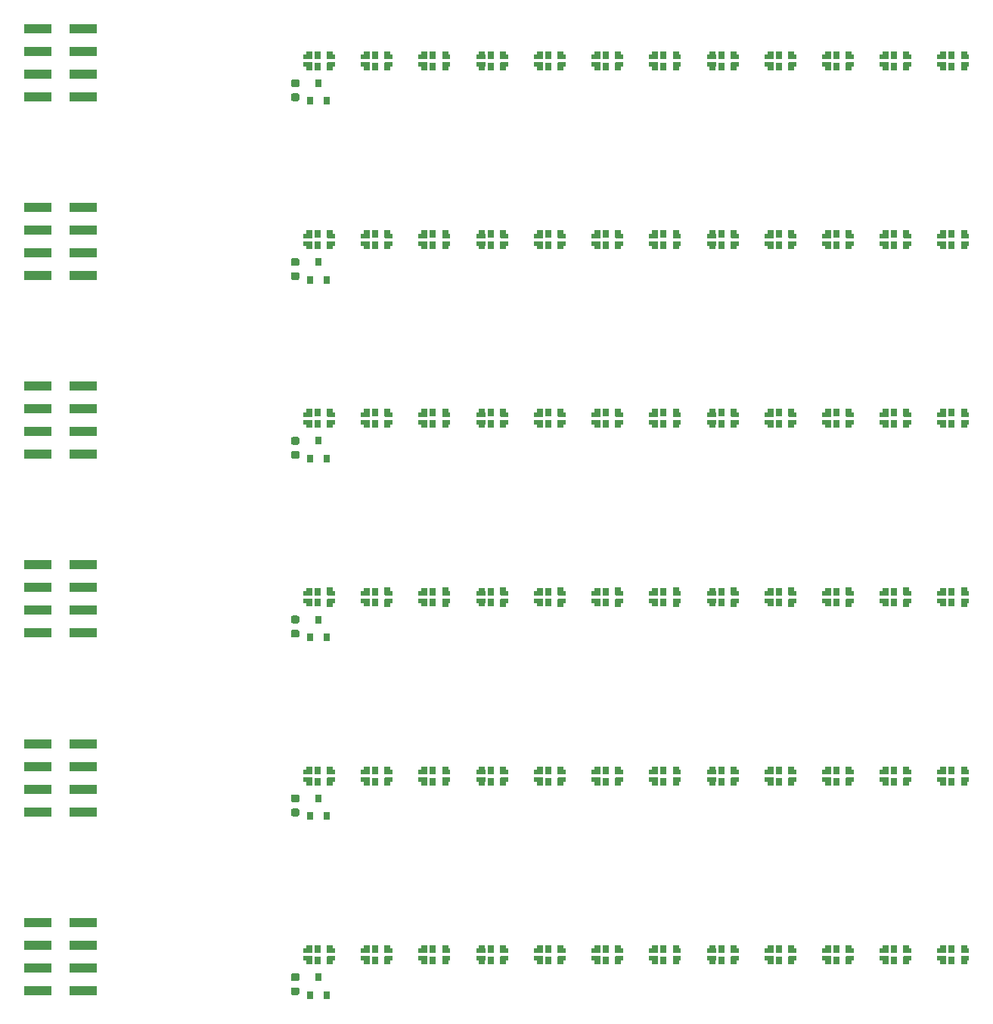
<source format=gbr>
G04 #@! TF.GenerationSoftware,KiCad,Pcbnew,5.1.6*
G04 #@! TF.CreationDate,2020-07-17T09:44:00+02:00*
G04 #@! TF.ProjectId,luminaire,6c756d69-6e61-4697-9265-2e6b69636164,rev?*
G04 #@! TF.SameCoordinates,Original*
G04 #@! TF.FileFunction,Paste,Top*
G04 #@! TF.FilePolarity,Positive*
%FSLAX46Y46*%
G04 Gerber Fmt 4.6, Leading zero omitted, Abs format (unit mm)*
G04 Created by KiCad (PCBNEW 5.1.6) date 2020-07-17 09:44:00*
%MOMM*%
%LPD*%
G01*
G04 APERTURE LIST*
%ADD10R,0.950000X0.502500*%
%ADD11R,0.650000X0.950000*%
%ADD12R,0.700000X0.950000*%
%ADD13R,1.000000X0.550000*%
%ADD14R,3.150000X1.000000*%
%ADD15R,0.800000X0.900000*%
G04 APERTURE END LIST*
D10*
X174961360Y-145425000D03*
D11*
X174811360Y-145650000D03*
D12*
X172486360Y-144375000D03*
D13*
X172336360Y-144575000D03*
D11*
X174811360Y-144350000D03*
D10*
X174961360Y-144575000D03*
D13*
X172336360Y-145425000D03*
D12*
X172486360Y-145625000D03*
D11*
X173436360Y-144375000D03*
X173436360Y-145625000D03*
D10*
X168506815Y-145425000D03*
D11*
X168356815Y-145650000D03*
D12*
X166031815Y-144375000D03*
D13*
X165881815Y-144575000D03*
D11*
X168356815Y-144350000D03*
D10*
X168506815Y-144575000D03*
D13*
X165881815Y-145425000D03*
D12*
X166031815Y-145625000D03*
D11*
X166981815Y-144375000D03*
X166981815Y-145625000D03*
D10*
X149143180Y-145425000D03*
D11*
X148993180Y-145650000D03*
D12*
X146668180Y-144375000D03*
D13*
X146518180Y-144575000D03*
D11*
X148993180Y-144350000D03*
D10*
X149143180Y-144575000D03*
D13*
X146518180Y-145425000D03*
D12*
X146668180Y-145625000D03*
D11*
X147618180Y-144375000D03*
X147618180Y-145625000D03*
D10*
X129779545Y-145425000D03*
D11*
X129629545Y-145650000D03*
D12*
X127304545Y-144375000D03*
D13*
X127154545Y-144575000D03*
D11*
X129629545Y-144350000D03*
D10*
X129779545Y-144575000D03*
D13*
X127154545Y-145425000D03*
D12*
X127304545Y-145625000D03*
D11*
X128254545Y-144375000D03*
X128254545Y-145625000D03*
D10*
X123325000Y-145425000D03*
D11*
X123175000Y-145650000D03*
D12*
X120850000Y-144375000D03*
D13*
X120700000Y-144575000D03*
D11*
X123175000Y-144350000D03*
D10*
X123325000Y-144575000D03*
D13*
X120700000Y-145425000D03*
D12*
X120850000Y-145625000D03*
D11*
X121800000Y-144375000D03*
X121800000Y-145625000D03*
D10*
X194325000Y-145425000D03*
D11*
X194175000Y-145650000D03*
D12*
X191850000Y-144375000D03*
D13*
X191700000Y-144575000D03*
D11*
X194175000Y-144350000D03*
D10*
X194325000Y-144575000D03*
D13*
X191700000Y-145425000D03*
D12*
X191850000Y-145625000D03*
D11*
X192800000Y-144375000D03*
X192800000Y-145625000D03*
D10*
X162052270Y-145425000D03*
D11*
X161902270Y-145650000D03*
D12*
X159577270Y-144375000D03*
D13*
X159427270Y-144575000D03*
D11*
X161902270Y-144350000D03*
D10*
X162052270Y-144575000D03*
D13*
X159427270Y-145425000D03*
D12*
X159577270Y-145625000D03*
D11*
X160527270Y-144375000D03*
X160527270Y-145625000D03*
D10*
X181415905Y-145425000D03*
D11*
X181265905Y-145650000D03*
D12*
X178940905Y-144375000D03*
D13*
X178790905Y-144575000D03*
D11*
X181265905Y-144350000D03*
D10*
X181415905Y-144575000D03*
D13*
X178790905Y-145425000D03*
D12*
X178940905Y-145625000D03*
D11*
X179890905Y-144375000D03*
X179890905Y-145625000D03*
D14*
X95525000Y-149010000D03*
X90475000Y-149010000D03*
X95525000Y-146470000D03*
X90475000Y-146470000D03*
X95525000Y-143930000D03*
X90475000Y-143930000D03*
X95525000Y-141390000D03*
X90475000Y-141390000D03*
G36*
G01*
X119556250Y-147950000D02*
X119043750Y-147950000D01*
G75*
G02*
X118825000Y-147731250I0J218750D01*
G01*
X118825000Y-147293750D01*
G75*
G02*
X119043750Y-147075000I218750J0D01*
G01*
X119556250Y-147075000D01*
G75*
G02*
X119775000Y-147293750I0J-218750D01*
G01*
X119775000Y-147731250D01*
G75*
G02*
X119556250Y-147950000I-218750J0D01*
G01*
G37*
G36*
G01*
X119556250Y-149525000D02*
X119043750Y-149525000D01*
G75*
G02*
X118825000Y-149306250I0J218750D01*
G01*
X118825000Y-148868750D01*
G75*
G02*
X119043750Y-148650000I218750J0D01*
G01*
X119556250Y-148650000D01*
G75*
G02*
X119775000Y-148868750I0J-218750D01*
G01*
X119775000Y-149306250D01*
G75*
G02*
X119556250Y-149525000I-218750J0D01*
G01*
G37*
D10*
X187870450Y-145425000D03*
D11*
X187720450Y-145650000D03*
D12*
X185395450Y-144375000D03*
D13*
X185245450Y-144575000D03*
D11*
X187720450Y-144350000D03*
D10*
X187870450Y-144575000D03*
D13*
X185245450Y-145425000D03*
D12*
X185395450Y-145625000D03*
D11*
X186345450Y-144375000D03*
X186345450Y-145625000D03*
D10*
X142688635Y-145425000D03*
D11*
X142538635Y-145650000D03*
D12*
X140213635Y-144375000D03*
D13*
X140063635Y-144575000D03*
D11*
X142538635Y-144350000D03*
D10*
X142688635Y-144575000D03*
D13*
X140063635Y-145425000D03*
D12*
X140213635Y-145625000D03*
D11*
X141163635Y-144375000D03*
X141163635Y-145625000D03*
D10*
X155597725Y-145425000D03*
D11*
X155447725Y-145650000D03*
D12*
X153122725Y-144375000D03*
D13*
X152972725Y-144575000D03*
D11*
X155447725Y-144350000D03*
D10*
X155597725Y-144575000D03*
D13*
X152972725Y-145425000D03*
D12*
X153122725Y-145625000D03*
D11*
X154072725Y-144375000D03*
X154072725Y-145625000D03*
D10*
X136234090Y-145425000D03*
D11*
X136084090Y-145650000D03*
D12*
X133759090Y-144375000D03*
D13*
X133609090Y-144575000D03*
D11*
X136084090Y-144350000D03*
D10*
X136234090Y-144575000D03*
D13*
X133609090Y-145425000D03*
D12*
X133759090Y-145625000D03*
D11*
X134709090Y-144375000D03*
X134709090Y-145625000D03*
D15*
X121900000Y-147500000D03*
X122850000Y-149500000D03*
X120950000Y-149500000D03*
D10*
X174961360Y-125425000D03*
D11*
X174811360Y-125650000D03*
D12*
X172486360Y-124375000D03*
D13*
X172336360Y-124575000D03*
D11*
X174811360Y-124350000D03*
D10*
X174961360Y-124575000D03*
D13*
X172336360Y-125425000D03*
D12*
X172486360Y-125625000D03*
D11*
X173436360Y-124375000D03*
X173436360Y-125625000D03*
D10*
X168506815Y-125425000D03*
D11*
X168356815Y-125650000D03*
D12*
X166031815Y-124375000D03*
D13*
X165881815Y-124575000D03*
D11*
X168356815Y-124350000D03*
D10*
X168506815Y-124575000D03*
D13*
X165881815Y-125425000D03*
D12*
X166031815Y-125625000D03*
D11*
X166981815Y-124375000D03*
X166981815Y-125625000D03*
D10*
X149143180Y-125425000D03*
D11*
X148993180Y-125650000D03*
D12*
X146668180Y-124375000D03*
D13*
X146518180Y-124575000D03*
D11*
X148993180Y-124350000D03*
D10*
X149143180Y-124575000D03*
D13*
X146518180Y-125425000D03*
D12*
X146668180Y-125625000D03*
D11*
X147618180Y-124375000D03*
X147618180Y-125625000D03*
D10*
X129779545Y-125425000D03*
D11*
X129629545Y-125650000D03*
D12*
X127304545Y-124375000D03*
D13*
X127154545Y-124575000D03*
D11*
X129629545Y-124350000D03*
D10*
X129779545Y-124575000D03*
D13*
X127154545Y-125425000D03*
D12*
X127304545Y-125625000D03*
D11*
X128254545Y-124375000D03*
X128254545Y-125625000D03*
D10*
X123325000Y-125425000D03*
D11*
X123175000Y-125650000D03*
D12*
X120850000Y-124375000D03*
D13*
X120700000Y-124575000D03*
D11*
X123175000Y-124350000D03*
D10*
X123325000Y-124575000D03*
D13*
X120700000Y-125425000D03*
D12*
X120850000Y-125625000D03*
D11*
X121800000Y-124375000D03*
X121800000Y-125625000D03*
D10*
X194325000Y-125425000D03*
D11*
X194175000Y-125650000D03*
D12*
X191850000Y-124375000D03*
D13*
X191700000Y-124575000D03*
D11*
X194175000Y-124350000D03*
D10*
X194325000Y-124575000D03*
D13*
X191700000Y-125425000D03*
D12*
X191850000Y-125625000D03*
D11*
X192800000Y-124375000D03*
X192800000Y-125625000D03*
D10*
X162052270Y-125425000D03*
D11*
X161902270Y-125650000D03*
D12*
X159577270Y-124375000D03*
D13*
X159427270Y-124575000D03*
D11*
X161902270Y-124350000D03*
D10*
X162052270Y-124575000D03*
D13*
X159427270Y-125425000D03*
D12*
X159577270Y-125625000D03*
D11*
X160527270Y-124375000D03*
X160527270Y-125625000D03*
D10*
X181415905Y-125425000D03*
D11*
X181265905Y-125650000D03*
D12*
X178940905Y-124375000D03*
D13*
X178790905Y-124575000D03*
D11*
X181265905Y-124350000D03*
D10*
X181415905Y-124575000D03*
D13*
X178790905Y-125425000D03*
D12*
X178940905Y-125625000D03*
D11*
X179890905Y-124375000D03*
X179890905Y-125625000D03*
D14*
X95525000Y-129010000D03*
X90475000Y-129010000D03*
X95525000Y-126470000D03*
X90475000Y-126470000D03*
X95525000Y-123930000D03*
X90475000Y-123930000D03*
X95525000Y-121390000D03*
X90475000Y-121390000D03*
G36*
G01*
X119556250Y-127950000D02*
X119043750Y-127950000D01*
G75*
G02*
X118825000Y-127731250I0J218750D01*
G01*
X118825000Y-127293750D01*
G75*
G02*
X119043750Y-127075000I218750J0D01*
G01*
X119556250Y-127075000D01*
G75*
G02*
X119775000Y-127293750I0J-218750D01*
G01*
X119775000Y-127731250D01*
G75*
G02*
X119556250Y-127950000I-218750J0D01*
G01*
G37*
G36*
G01*
X119556250Y-129525000D02*
X119043750Y-129525000D01*
G75*
G02*
X118825000Y-129306250I0J218750D01*
G01*
X118825000Y-128868750D01*
G75*
G02*
X119043750Y-128650000I218750J0D01*
G01*
X119556250Y-128650000D01*
G75*
G02*
X119775000Y-128868750I0J-218750D01*
G01*
X119775000Y-129306250D01*
G75*
G02*
X119556250Y-129525000I-218750J0D01*
G01*
G37*
D10*
X187870450Y-125425000D03*
D11*
X187720450Y-125650000D03*
D12*
X185395450Y-124375000D03*
D13*
X185245450Y-124575000D03*
D11*
X187720450Y-124350000D03*
D10*
X187870450Y-124575000D03*
D13*
X185245450Y-125425000D03*
D12*
X185395450Y-125625000D03*
D11*
X186345450Y-124375000D03*
X186345450Y-125625000D03*
D10*
X142688635Y-125425000D03*
D11*
X142538635Y-125650000D03*
D12*
X140213635Y-124375000D03*
D13*
X140063635Y-124575000D03*
D11*
X142538635Y-124350000D03*
D10*
X142688635Y-124575000D03*
D13*
X140063635Y-125425000D03*
D12*
X140213635Y-125625000D03*
D11*
X141163635Y-124375000D03*
X141163635Y-125625000D03*
D10*
X155597725Y-125425000D03*
D11*
X155447725Y-125650000D03*
D12*
X153122725Y-124375000D03*
D13*
X152972725Y-124575000D03*
D11*
X155447725Y-124350000D03*
D10*
X155597725Y-124575000D03*
D13*
X152972725Y-125425000D03*
D12*
X153122725Y-125625000D03*
D11*
X154072725Y-124375000D03*
X154072725Y-125625000D03*
D10*
X136234090Y-125425000D03*
D11*
X136084090Y-125650000D03*
D12*
X133759090Y-124375000D03*
D13*
X133609090Y-124575000D03*
D11*
X136084090Y-124350000D03*
D10*
X136234090Y-124575000D03*
D13*
X133609090Y-125425000D03*
D12*
X133759090Y-125625000D03*
D11*
X134709090Y-124375000D03*
X134709090Y-125625000D03*
D15*
X121900000Y-127500000D03*
X122850000Y-129500000D03*
X120950000Y-129500000D03*
D10*
X174961360Y-105425000D03*
D11*
X174811360Y-105650000D03*
D12*
X172486360Y-104375000D03*
D13*
X172336360Y-104575000D03*
D11*
X174811360Y-104350000D03*
D10*
X174961360Y-104575000D03*
D13*
X172336360Y-105425000D03*
D12*
X172486360Y-105625000D03*
D11*
X173436360Y-104375000D03*
X173436360Y-105625000D03*
D10*
X168506815Y-105425000D03*
D11*
X168356815Y-105650000D03*
D12*
X166031815Y-104375000D03*
D13*
X165881815Y-104575000D03*
D11*
X168356815Y-104350000D03*
D10*
X168506815Y-104575000D03*
D13*
X165881815Y-105425000D03*
D12*
X166031815Y-105625000D03*
D11*
X166981815Y-104375000D03*
X166981815Y-105625000D03*
D10*
X149143180Y-105425000D03*
D11*
X148993180Y-105650000D03*
D12*
X146668180Y-104375000D03*
D13*
X146518180Y-104575000D03*
D11*
X148993180Y-104350000D03*
D10*
X149143180Y-104575000D03*
D13*
X146518180Y-105425000D03*
D12*
X146668180Y-105625000D03*
D11*
X147618180Y-104375000D03*
X147618180Y-105625000D03*
D10*
X129779545Y-105425000D03*
D11*
X129629545Y-105650000D03*
D12*
X127304545Y-104375000D03*
D13*
X127154545Y-104575000D03*
D11*
X129629545Y-104350000D03*
D10*
X129779545Y-104575000D03*
D13*
X127154545Y-105425000D03*
D12*
X127304545Y-105625000D03*
D11*
X128254545Y-104375000D03*
X128254545Y-105625000D03*
D10*
X123325000Y-105425000D03*
D11*
X123175000Y-105650000D03*
D12*
X120850000Y-104375000D03*
D13*
X120700000Y-104575000D03*
D11*
X123175000Y-104350000D03*
D10*
X123325000Y-104575000D03*
D13*
X120700000Y-105425000D03*
D12*
X120850000Y-105625000D03*
D11*
X121800000Y-104375000D03*
X121800000Y-105625000D03*
D10*
X194325000Y-105425000D03*
D11*
X194175000Y-105650000D03*
D12*
X191850000Y-104375000D03*
D13*
X191700000Y-104575000D03*
D11*
X194175000Y-104350000D03*
D10*
X194325000Y-104575000D03*
D13*
X191700000Y-105425000D03*
D12*
X191850000Y-105625000D03*
D11*
X192800000Y-104375000D03*
X192800000Y-105625000D03*
D10*
X162052270Y-105425000D03*
D11*
X161902270Y-105650000D03*
D12*
X159577270Y-104375000D03*
D13*
X159427270Y-104575000D03*
D11*
X161902270Y-104350000D03*
D10*
X162052270Y-104575000D03*
D13*
X159427270Y-105425000D03*
D12*
X159577270Y-105625000D03*
D11*
X160527270Y-104375000D03*
X160527270Y-105625000D03*
D10*
X181415905Y-105425000D03*
D11*
X181265905Y-105650000D03*
D12*
X178940905Y-104375000D03*
D13*
X178790905Y-104575000D03*
D11*
X181265905Y-104350000D03*
D10*
X181415905Y-104575000D03*
D13*
X178790905Y-105425000D03*
D12*
X178940905Y-105625000D03*
D11*
X179890905Y-104375000D03*
X179890905Y-105625000D03*
D14*
X95525000Y-109010000D03*
X90475000Y-109010000D03*
X95525000Y-106470000D03*
X90475000Y-106470000D03*
X95525000Y-103930000D03*
X90475000Y-103930000D03*
X95525000Y-101390000D03*
X90475000Y-101390000D03*
G36*
G01*
X119556250Y-107950000D02*
X119043750Y-107950000D01*
G75*
G02*
X118825000Y-107731250I0J218750D01*
G01*
X118825000Y-107293750D01*
G75*
G02*
X119043750Y-107075000I218750J0D01*
G01*
X119556250Y-107075000D01*
G75*
G02*
X119775000Y-107293750I0J-218750D01*
G01*
X119775000Y-107731250D01*
G75*
G02*
X119556250Y-107950000I-218750J0D01*
G01*
G37*
G36*
G01*
X119556250Y-109525000D02*
X119043750Y-109525000D01*
G75*
G02*
X118825000Y-109306250I0J218750D01*
G01*
X118825000Y-108868750D01*
G75*
G02*
X119043750Y-108650000I218750J0D01*
G01*
X119556250Y-108650000D01*
G75*
G02*
X119775000Y-108868750I0J-218750D01*
G01*
X119775000Y-109306250D01*
G75*
G02*
X119556250Y-109525000I-218750J0D01*
G01*
G37*
D10*
X187870450Y-105425000D03*
D11*
X187720450Y-105650000D03*
D12*
X185395450Y-104375000D03*
D13*
X185245450Y-104575000D03*
D11*
X187720450Y-104350000D03*
D10*
X187870450Y-104575000D03*
D13*
X185245450Y-105425000D03*
D12*
X185395450Y-105625000D03*
D11*
X186345450Y-104375000D03*
X186345450Y-105625000D03*
D10*
X142688635Y-105425000D03*
D11*
X142538635Y-105650000D03*
D12*
X140213635Y-104375000D03*
D13*
X140063635Y-104575000D03*
D11*
X142538635Y-104350000D03*
D10*
X142688635Y-104575000D03*
D13*
X140063635Y-105425000D03*
D12*
X140213635Y-105625000D03*
D11*
X141163635Y-104375000D03*
X141163635Y-105625000D03*
D10*
X155597725Y-105425000D03*
D11*
X155447725Y-105650000D03*
D12*
X153122725Y-104375000D03*
D13*
X152972725Y-104575000D03*
D11*
X155447725Y-104350000D03*
D10*
X155597725Y-104575000D03*
D13*
X152972725Y-105425000D03*
D12*
X153122725Y-105625000D03*
D11*
X154072725Y-104375000D03*
X154072725Y-105625000D03*
D10*
X136234090Y-105425000D03*
D11*
X136084090Y-105650000D03*
D12*
X133759090Y-104375000D03*
D13*
X133609090Y-104575000D03*
D11*
X136084090Y-104350000D03*
D10*
X136234090Y-104575000D03*
D13*
X133609090Y-105425000D03*
D12*
X133759090Y-105625000D03*
D11*
X134709090Y-104375000D03*
X134709090Y-105625000D03*
D15*
X121900000Y-107500000D03*
X122850000Y-109500000D03*
X120950000Y-109500000D03*
D10*
X174961360Y-85425000D03*
D11*
X174811360Y-85650000D03*
D12*
X172486360Y-84375000D03*
D13*
X172336360Y-84575000D03*
D11*
X174811360Y-84350000D03*
D10*
X174961360Y-84575000D03*
D13*
X172336360Y-85425000D03*
D12*
X172486360Y-85625000D03*
D11*
X173436360Y-84375000D03*
X173436360Y-85625000D03*
D10*
X168506815Y-85425000D03*
D11*
X168356815Y-85650000D03*
D12*
X166031815Y-84375000D03*
D13*
X165881815Y-84575000D03*
D11*
X168356815Y-84350000D03*
D10*
X168506815Y-84575000D03*
D13*
X165881815Y-85425000D03*
D12*
X166031815Y-85625000D03*
D11*
X166981815Y-84375000D03*
X166981815Y-85625000D03*
D10*
X149143180Y-85425000D03*
D11*
X148993180Y-85650000D03*
D12*
X146668180Y-84375000D03*
D13*
X146518180Y-84575000D03*
D11*
X148993180Y-84350000D03*
D10*
X149143180Y-84575000D03*
D13*
X146518180Y-85425000D03*
D12*
X146668180Y-85625000D03*
D11*
X147618180Y-84375000D03*
X147618180Y-85625000D03*
D10*
X129779545Y-85425000D03*
D11*
X129629545Y-85650000D03*
D12*
X127304545Y-84375000D03*
D13*
X127154545Y-84575000D03*
D11*
X129629545Y-84350000D03*
D10*
X129779545Y-84575000D03*
D13*
X127154545Y-85425000D03*
D12*
X127304545Y-85625000D03*
D11*
X128254545Y-84375000D03*
X128254545Y-85625000D03*
D10*
X123325000Y-85425000D03*
D11*
X123175000Y-85650000D03*
D12*
X120850000Y-84375000D03*
D13*
X120700000Y-84575000D03*
D11*
X123175000Y-84350000D03*
D10*
X123325000Y-84575000D03*
D13*
X120700000Y-85425000D03*
D12*
X120850000Y-85625000D03*
D11*
X121800000Y-84375000D03*
X121800000Y-85625000D03*
D10*
X194325000Y-85425000D03*
D11*
X194175000Y-85650000D03*
D12*
X191850000Y-84375000D03*
D13*
X191700000Y-84575000D03*
D11*
X194175000Y-84350000D03*
D10*
X194325000Y-84575000D03*
D13*
X191700000Y-85425000D03*
D12*
X191850000Y-85625000D03*
D11*
X192800000Y-84375000D03*
X192800000Y-85625000D03*
D10*
X162052270Y-85425000D03*
D11*
X161902270Y-85650000D03*
D12*
X159577270Y-84375000D03*
D13*
X159427270Y-84575000D03*
D11*
X161902270Y-84350000D03*
D10*
X162052270Y-84575000D03*
D13*
X159427270Y-85425000D03*
D12*
X159577270Y-85625000D03*
D11*
X160527270Y-84375000D03*
X160527270Y-85625000D03*
D10*
X181415905Y-85425000D03*
D11*
X181265905Y-85650000D03*
D12*
X178940905Y-84375000D03*
D13*
X178790905Y-84575000D03*
D11*
X181265905Y-84350000D03*
D10*
X181415905Y-84575000D03*
D13*
X178790905Y-85425000D03*
D12*
X178940905Y-85625000D03*
D11*
X179890905Y-84375000D03*
X179890905Y-85625000D03*
D14*
X95525000Y-89010000D03*
X90475000Y-89010000D03*
X95525000Y-86470000D03*
X90475000Y-86470000D03*
X95525000Y-83930000D03*
X90475000Y-83930000D03*
X95525000Y-81390000D03*
X90475000Y-81390000D03*
G36*
G01*
X119556250Y-87950000D02*
X119043750Y-87950000D01*
G75*
G02*
X118825000Y-87731250I0J218750D01*
G01*
X118825000Y-87293750D01*
G75*
G02*
X119043750Y-87075000I218750J0D01*
G01*
X119556250Y-87075000D01*
G75*
G02*
X119775000Y-87293750I0J-218750D01*
G01*
X119775000Y-87731250D01*
G75*
G02*
X119556250Y-87950000I-218750J0D01*
G01*
G37*
G36*
G01*
X119556250Y-89525000D02*
X119043750Y-89525000D01*
G75*
G02*
X118825000Y-89306250I0J218750D01*
G01*
X118825000Y-88868750D01*
G75*
G02*
X119043750Y-88650000I218750J0D01*
G01*
X119556250Y-88650000D01*
G75*
G02*
X119775000Y-88868750I0J-218750D01*
G01*
X119775000Y-89306250D01*
G75*
G02*
X119556250Y-89525000I-218750J0D01*
G01*
G37*
D10*
X187870450Y-85425000D03*
D11*
X187720450Y-85650000D03*
D12*
X185395450Y-84375000D03*
D13*
X185245450Y-84575000D03*
D11*
X187720450Y-84350000D03*
D10*
X187870450Y-84575000D03*
D13*
X185245450Y-85425000D03*
D12*
X185395450Y-85625000D03*
D11*
X186345450Y-84375000D03*
X186345450Y-85625000D03*
D10*
X142688635Y-85425000D03*
D11*
X142538635Y-85650000D03*
D12*
X140213635Y-84375000D03*
D13*
X140063635Y-84575000D03*
D11*
X142538635Y-84350000D03*
D10*
X142688635Y-84575000D03*
D13*
X140063635Y-85425000D03*
D12*
X140213635Y-85625000D03*
D11*
X141163635Y-84375000D03*
X141163635Y-85625000D03*
D10*
X155597725Y-85425000D03*
D11*
X155447725Y-85650000D03*
D12*
X153122725Y-84375000D03*
D13*
X152972725Y-84575000D03*
D11*
X155447725Y-84350000D03*
D10*
X155597725Y-84575000D03*
D13*
X152972725Y-85425000D03*
D12*
X153122725Y-85625000D03*
D11*
X154072725Y-84375000D03*
X154072725Y-85625000D03*
D10*
X136234090Y-85425000D03*
D11*
X136084090Y-85650000D03*
D12*
X133759090Y-84375000D03*
D13*
X133609090Y-84575000D03*
D11*
X136084090Y-84350000D03*
D10*
X136234090Y-84575000D03*
D13*
X133609090Y-85425000D03*
D12*
X133759090Y-85625000D03*
D11*
X134709090Y-84375000D03*
X134709090Y-85625000D03*
D15*
X121900000Y-87500000D03*
X122850000Y-89500000D03*
X120950000Y-89500000D03*
D11*
X173436360Y-65625000D03*
X173436360Y-64375000D03*
D12*
X172486360Y-65625000D03*
D13*
X172336360Y-65425000D03*
D10*
X174961360Y-64575000D03*
D11*
X174811360Y-64350000D03*
D13*
X172336360Y-64575000D03*
D12*
X172486360Y-64375000D03*
D11*
X174811360Y-65650000D03*
D10*
X174961360Y-65425000D03*
D11*
X166981815Y-65625000D03*
X166981815Y-64375000D03*
D12*
X166031815Y-65625000D03*
D13*
X165881815Y-65425000D03*
D10*
X168506815Y-64575000D03*
D11*
X168356815Y-64350000D03*
D13*
X165881815Y-64575000D03*
D12*
X166031815Y-64375000D03*
D11*
X168356815Y-65650000D03*
D10*
X168506815Y-65425000D03*
D11*
X128254545Y-65625000D03*
X128254545Y-64375000D03*
D12*
X127304545Y-65625000D03*
D13*
X127154545Y-65425000D03*
D10*
X129779545Y-64575000D03*
D11*
X129629545Y-64350000D03*
D13*
X127154545Y-64575000D03*
D12*
X127304545Y-64375000D03*
D11*
X129629545Y-65650000D03*
D10*
X129779545Y-65425000D03*
D14*
X90475000Y-61390000D03*
X95525000Y-61390000D03*
X90475000Y-63930000D03*
X95525000Y-63930000D03*
X90475000Y-66470000D03*
X95525000Y-66470000D03*
X90475000Y-69010000D03*
X95525000Y-69010000D03*
D11*
X134709090Y-65625000D03*
X134709090Y-64375000D03*
D12*
X133759090Y-65625000D03*
D13*
X133609090Y-65425000D03*
D10*
X136234090Y-64575000D03*
D11*
X136084090Y-64350000D03*
D13*
X133609090Y-64575000D03*
D12*
X133759090Y-64375000D03*
D11*
X136084090Y-65650000D03*
D10*
X136234090Y-65425000D03*
D11*
X141163635Y-65625000D03*
X141163635Y-64375000D03*
D12*
X140213635Y-65625000D03*
D13*
X140063635Y-65425000D03*
D10*
X142688635Y-64575000D03*
D11*
X142538635Y-64350000D03*
D13*
X140063635Y-64575000D03*
D12*
X140213635Y-64375000D03*
D11*
X142538635Y-65650000D03*
D10*
X142688635Y-65425000D03*
D11*
X121800000Y-65625000D03*
X121800000Y-64375000D03*
D12*
X120850000Y-65625000D03*
D13*
X120700000Y-65425000D03*
D10*
X123325000Y-64575000D03*
D11*
X123175000Y-64350000D03*
D13*
X120700000Y-64575000D03*
D12*
X120850000Y-64375000D03*
D11*
X123175000Y-65650000D03*
D10*
X123325000Y-65425000D03*
D11*
X186345450Y-65625000D03*
X186345450Y-64375000D03*
D12*
X185395450Y-65625000D03*
D13*
X185245450Y-65425000D03*
D10*
X187870450Y-64575000D03*
D11*
X187720450Y-64350000D03*
D13*
X185245450Y-64575000D03*
D12*
X185395450Y-64375000D03*
D11*
X187720450Y-65650000D03*
D10*
X187870450Y-65425000D03*
D11*
X192800000Y-65625000D03*
X192800000Y-64375000D03*
D12*
X191850000Y-65625000D03*
D13*
X191700000Y-65425000D03*
D10*
X194325000Y-64575000D03*
D11*
X194175000Y-64350000D03*
D13*
X191700000Y-64575000D03*
D12*
X191850000Y-64375000D03*
D11*
X194175000Y-65650000D03*
D10*
X194325000Y-65425000D03*
D11*
X147618180Y-65625000D03*
X147618180Y-64375000D03*
D12*
X146668180Y-65625000D03*
D13*
X146518180Y-65425000D03*
D10*
X149143180Y-64575000D03*
D11*
X148993180Y-64350000D03*
D13*
X146518180Y-64575000D03*
D12*
X146668180Y-64375000D03*
D11*
X148993180Y-65650000D03*
D10*
X149143180Y-65425000D03*
G36*
G01*
X119556250Y-69525000D02*
X119043750Y-69525000D01*
G75*
G02*
X118825000Y-69306250I0J218750D01*
G01*
X118825000Y-68868750D01*
G75*
G02*
X119043750Y-68650000I218750J0D01*
G01*
X119556250Y-68650000D01*
G75*
G02*
X119775000Y-68868750I0J-218750D01*
G01*
X119775000Y-69306250D01*
G75*
G02*
X119556250Y-69525000I-218750J0D01*
G01*
G37*
G36*
G01*
X119556250Y-67950000D02*
X119043750Y-67950000D01*
G75*
G02*
X118825000Y-67731250I0J218750D01*
G01*
X118825000Y-67293750D01*
G75*
G02*
X119043750Y-67075000I218750J0D01*
G01*
X119556250Y-67075000D01*
G75*
G02*
X119775000Y-67293750I0J-218750D01*
G01*
X119775000Y-67731250D01*
G75*
G02*
X119556250Y-67950000I-218750J0D01*
G01*
G37*
D11*
X160527270Y-65625000D03*
X160527270Y-64375000D03*
D12*
X159577270Y-65625000D03*
D13*
X159427270Y-65425000D03*
D10*
X162052270Y-64575000D03*
D11*
X161902270Y-64350000D03*
D13*
X159427270Y-64575000D03*
D12*
X159577270Y-64375000D03*
D11*
X161902270Y-65650000D03*
D10*
X162052270Y-65425000D03*
D11*
X179890905Y-65625000D03*
X179890905Y-64375000D03*
D12*
X178940905Y-65625000D03*
D13*
X178790905Y-65425000D03*
D10*
X181415905Y-64575000D03*
D11*
X181265905Y-64350000D03*
D13*
X178790905Y-64575000D03*
D12*
X178940905Y-64375000D03*
D11*
X181265905Y-65650000D03*
D10*
X181415905Y-65425000D03*
D11*
X154072725Y-65625000D03*
X154072725Y-64375000D03*
D12*
X153122725Y-65625000D03*
D13*
X152972725Y-65425000D03*
D10*
X155597725Y-64575000D03*
D11*
X155447725Y-64350000D03*
D13*
X152972725Y-64575000D03*
D12*
X153122725Y-64375000D03*
D11*
X155447725Y-65650000D03*
D10*
X155597725Y-65425000D03*
D15*
X120950000Y-69500000D03*
X122850000Y-69500000D03*
X121900000Y-67500000D03*
X121900000Y-47500000D03*
X122850000Y-49500000D03*
X120950000Y-49500000D03*
D14*
X95525000Y-49010000D03*
X90475000Y-49010000D03*
X95525000Y-46470000D03*
X90475000Y-46470000D03*
X95525000Y-43930000D03*
X90475000Y-43930000D03*
X95525000Y-41390000D03*
X90475000Y-41390000D03*
D10*
X123325000Y-45425000D03*
D11*
X123175000Y-45650000D03*
D12*
X120850000Y-44375000D03*
D13*
X120700000Y-44575000D03*
D11*
X123175000Y-44350000D03*
D10*
X123325000Y-44575000D03*
D13*
X120700000Y-45425000D03*
D12*
X120850000Y-45625000D03*
D11*
X121800000Y-44375000D03*
X121800000Y-45625000D03*
D10*
X129779545Y-45425000D03*
D11*
X129629545Y-45650000D03*
D12*
X127304545Y-44375000D03*
D13*
X127154545Y-44575000D03*
D11*
X129629545Y-44350000D03*
D10*
X129779545Y-44575000D03*
D13*
X127154545Y-45425000D03*
D12*
X127304545Y-45625000D03*
D11*
X128254545Y-44375000D03*
X128254545Y-45625000D03*
D10*
X136234090Y-45425000D03*
D11*
X136084090Y-45650000D03*
D12*
X133759090Y-44375000D03*
D13*
X133609090Y-44575000D03*
D11*
X136084090Y-44350000D03*
D10*
X136234090Y-44575000D03*
D13*
X133609090Y-45425000D03*
D12*
X133759090Y-45625000D03*
D11*
X134709090Y-44375000D03*
X134709090Y-45625000D03*
D10*
X142688635Y-45425000D03*
D11*
X142538635Y-45650000D03*
D12*
X140213635Y-44375000D03*
D13*
X140063635Y-44575000D03*
D11*
X142538635Y-44350000D03*
D10*
X142688635Y-44575000D03*
D13*
X140063635Y-45425000D03*
D12*
X140213635Y-45625000D03*
D11*
X141163635Y-44375000D03*
X141163635Y-45625000D03*
D10*
X149143180Y-45425000D03*
D11*
X148993180Y-45650000D03*
D12*
X146668180Y-44375000D03*
D13*
X146518180Y-44575000D03*
D11*
X148993180Y-44350000D03*
D10*
X149143180Y-44575000D03*
D13*
X146518180Y-45425000D03*
D12*
X146668180Y-45625000D03*
D11*
X147618180Y-44375000D03*
X147618180Y-45625000D03*
D10*
X155597725Y-45425000D03*
D11*
X155447725Y-45650000D03*
D12*
X153122725Y-44375000D03*
D13*
X152972725Y-44575000D03*
D11*
X155447725Y-44350000D03*
D10*
X155597725Y-44575000D03*
D13*
X152972725Y-45425000D03*
D12*
X153122725Y-45625000D03*
D11*
X154072725Y-44375000D03*
X154072725Y-45625000D03*
D10*
X162052270Y-45425000D03*
D11*
X161902270Y-45650000D03*
D12*
X159577270Y-44375000D03*
D13*
X159427270Y-44575000D03*
D11*
X161902270Y-44350000D03*
D10*
X162052270Y-44575000D03*
D13*
X159427270Y-45425000D03*
D12*
X159577270Y-45625000D03*
D11*
X160527270Y-44375000D03*
X160527270Y-45625000D03*
D10*
X168506815Y-45425000D03*
D11*
X168356815Y-45650000D03*
D12*
X166031815Y-44375000D03*
D13*
X165881815Y-44575000D03*
D11*
X168356815Y-44350000D03*
D10*
X168506815Y-44575000D03*
D13*
X165881815Y-45425000D03*
D12*
X166031815Y-45625000D03*
D11*
X166981815Y-44375000D03*
X166981815Y-45625000D03*
D10*
X174961360Y-45425000D03*
D11*
X174811360Y-45650000D03*
D12*
X172486360Y-44375000D03*
D13*
X172336360Y-44575000D03*
D11*
X174811360Y-44350000D03*
D10*
X174961360Y-44575000D03*
D13*
X172336360Y-45425000D03*
D12*
X172486360Y-45625000D03*
D11*
X173436360Y-44375000D03*
X173436360Y-45625000D03*
D10*
X181415905Y-45425000D03*
D11*
X181265905Y-45650000D03*
D12*
X178940905Y-44375000D03*
D13*
X178790905Y-44575000D03*
D11*
X181265905Y-44350000D03*
D10*
X181415905Y-44575000D03*
D13*
X178790905Y-45425000D03*
D12*
X178940905Y-45625000D03*
D11*
X179890905Y-44375000D03*
X179890905Y-45625000D03*
D10*
X187870450Y-45425000D03*
D11*
X187720450Y-45650000D03*
D12*
X185395450Y-44375000D03*
D13*
X185245450Y-44575000D03*
D11*
X187720450Y-44350000D03*
D10*
X187870450Y-44575000D03*
D13*
X185245450Y-45425000D03*
D12*
X185395450Y-45625000D03*
D11*
X186345450Y-44375000D03*
X186345450Y-45625000D03*
D10*
X194325000Y-45425000D03*
D11*
X194175000Y-45650000D03*
D12*
X191850000Y-44375000D03*
D13*
X191700000Y-44575000D03*
D11*
X194175000Y-44350000D03*
D10*
X194325000Y-44575000D03*
D13*
X191700000Y-45425000D03*
D12*
X191850000Y-45625000D03*
D11*
X192800000Y-44375000D03*
X192800000Y-45625000D03*
G36*
G01*
X119556250Y-47950000D02*
X119043750Y-47950000D01*
G75*
G02*
X118825000Y-47731250I0J218750D01*
G01*
X118825000Y-47293750D01*
G75*
G02*
X119043750Y-47075000I218750J0D01*
G01*
X119556250Y-47075000D01*
G75*
G02*
X119775000Y-47293750I0J-218750D01*
G01*
X119775000Y-47731250D01*
G75*
G02*
X119556250Y-47950000I-218750J0D01*
G01*
G37*
G36*
G01*
X119556250Y-49525000D02*
X119043750Y-49525000D01*
G75*
G02*
X118825000Y-49306250I0J218750D01*
G01*
X118825000Y-48868750D01*
G75*
G02*
X119043750Y-48650000I218750J0D01*
G01*
X119556250Y-48650000D01*
G75*
G02*
X119775000Y-48868750I0J-218750D01*
G01*
X119775000Y-49306250D01*
G75*
G02*
X119556250Y-49525000I-218750J0D01*
G01*
G37*
M02*

</source>
